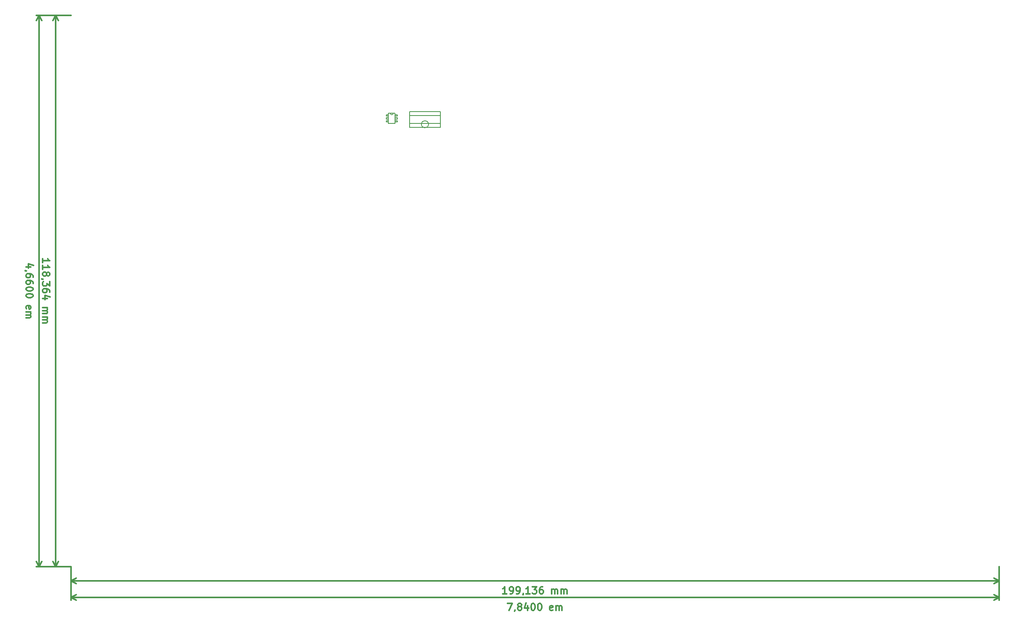
<source format=gbr>
G04 #@! TF.GenerationSoftware,KiCad,Pcbnew,(5.0.0-rc2-dev-586-g888c43477)*
G04 #@! TF.CreationDate,2018-06-04T00:08:36-03:00*
G04 #@! TF.ProjectId,Mcc18,4D636331382E6B696361645F70636200,rev?*
G04 #@! TF.SameCoordinates,Original*
G04 #@! TF.FileFunction,Drawing*
%FSLAX46Y46*%
G04 Gerber Fmt 4.6, Leading zero omitted, Abs format (unit mm)*
G04 Created by KiCad (PCBNEW (5.0.0-rc2-dev-586-g888c43477)) date 06/04/18 00:08:36*
%MOMM*%
%LPD*%
G01*
G04 APERTURE LIST*
%ADD10C,0.300000*%
%ADD11C,0.152400*%
G04 APERTURE END LIST*
D10*
X143677428Y-160536571D02*
X144677428Y-160536571D01*
X144034571Y-162036571D01*
X145320285Y-161965142D02*
X145320285Y-162036571D01*
X145248857Y-162179428D01*
X145177428Y-162250857D01*
X146177428Y-161179428D02*
X146034571Y-161108000D01*
X145963142Y-161036571D01*
X145891714Y-160893714D01*
X145891714Y-160822285D01*
X145963142Y-160679428D01*
X146034571Y-160608000D01*
X146177428Y-160536571D01*
X146463142Y-160536571D01*
X146606000Y-160608000D01*
X146677428Y-160679428D01*
X146748857Y-160822285D01*
X146748857Y-160893714D01*
X146677428Y-161036571D01*
X146606000Y-161108000D01*
X146463142Y-161179428D01*
X146177428Y-161179428D01*
X146034571Y-161250857D01*
X145963142Y-161322285D01*
X145891714Y-161465142D01*
X145891714Y-161750857D01*
X145963142Y-161893714D01*
X146034571Y-161965142D01*
X146177428Y-162036571D01*
X146463142Y-162036571D01*
X146606000Y-161965142D01*
X146677428Y-161893714D01*
X146748857Y-161750857D01*
X146748857Y-161465142D01*
X146677428Y-161322285D01*
X146606000Y-161250857D01*
X146463142Y-161179428D01*
X148034571Y-161036571D02*
X148034571Y-162036571D01*
X147677428Y-160465142D02*
X147320285Y-161536571D01*
X148248857Y-161536571D01*
X149106000Y-160536571D02*
X149248857Y-160536571D01*
X149391714Y-160608000D01*
X149463142Y-160679428D01*
X149534571Y-160822285D01*
X149606000Y-161108000D01*
X149606000Y-161465142D01*
X149534571Y-161750857D01*
X149463142Y-161893714D01*
X149391714Y-161965142D01*
X149248857Y-162036571D01*
X149106000Y-162036571D01*
X148963142Y-161965142D01*
X148891714Y-161893714D01*
X148820285Y-161750857D01*
X148748857Y-161465142D01*
X148748857Y-161108000D01*
X148820285Y-160822285D01*
X148891714Y-160679428D01*
X148963142Y-160608000D01*
X149106000Y-160536571D01*
X150534571Y-160536571D02*
X150677428Y-160536571D01*
X150820285Y-160608000D01*
X150891714Y-160679428D01*
X150963142Y-160822285D01*
X151034571Y-161108000D01*
X151034571Y-161465142D01*
X150963142Y-161750857D01*
X150891714Y-161893714D01*
X150820285Y-161965142D01*
X150677428Y-162036571D01*
X150534571Y-162036571D01*
X150391714Y-161965142D01*
X150320285Y-161893714D01*
X150248857Y-161750857D01*
X150177428Y-161465142D01*
X150177428Y-161108000D01*
X150248857Y-160822285D01*
X150320285Y-160679428D01*
X150391714Y-160608000D01*
X150534571Y-160536571D01*
X153391714Y-161965142D02*
X153248857Y-162036571D01*
X152963142Y-162036571D01*
X152820285Y-161965142D01*
X152748857Y-161822285D01*
X152748857Y-161250857D01*
X152820285Y-161108000D01*
X152963142Y-161036571D01*
X153248857Y-161036571D01*
X153391714Y-161108000D01*
X153463142Y-161250857D01*
X153463142Y-161393714D01*
X152748857Y-161536571D01*
X154106000Y-162036571D02*
X154106000Y-161036571D01*
X154106000Y-161179428D02*
X154177428Y-161108000D01*
X154320285Y-161036571D01*
X154534571Y-161036571D01*
X154677428Y-161108000D01*
X154748857Y-161250857D01*
X154748857Y-162036571D01*
X154748857Y-161250857D02*
X154820285Y-161108000D01*
X154963142Y-161036571D01*
X155177428Y-161036571D01*
X155320285Y-161108000D01*
X155391714Y-161250857D01*
X155391714Y-162036571D01*
X50038000Y-159258000D02*
X249174000Y-159258000D01*
X50038000Y-152654000D02*
X50038000Y-159844421D01*
X249174000Y-152654000D02*
X249174000Y-159844421D01*
X249174000Y-159258000D02*
X248047496Y-159844421D01*
X249174000Y-159258000D02*
X248047496Y-158671579D01*
X50038000Y-159258000D02*
X51164504Y-159844421D01*
X50038000Y-159258000D02*
X51164504Y-158671579D01*
X143534571Y-158480571D02*
X142677428Y-158480571D01*
X143106000Y-158480571D02*
X143106000Y-156980571D01*
X142963142Y-157194857D01*
X142820285Y-157337714D01*
X142677428Y-157409142D01*
X144248857Y-158480571D02*
X144534571Y-158480571D01*
X144677428Y-158409142D01*
X144748857Y-158337714D01*
X144891714Y-158123428D01*
X144963142Y-157837714D01*
X144963142Y-157266285D01*
X144891714Y-157123428D01*
X144820285Y-157052000D01*
X144677428Y-156980571D01*
X144391714Y-156980571D01*
X144248857Y-157052000D01*
X144177428Y-157123428D01*
X144106000Y-157266285D01*
X144106000Y-157623428D01*
X144177428Y-157766285D01*
X144248857Y-157837714D01*
X144391714Y-157909142D01*
X144677428Y-157909142D01*
X144820285Y-157837714D01*
X144891714Y-157766285D01*
X144963142Y-157623428D01*
X145677428Y-158480571D02*
X145963142Y-158480571D01*
X146106000Y-158409142D01*
X146177428Y-158337714D01*
X146320285Y-158123428D01*
X146391714Y-157837714D01*
X146391714Y-157266285D01*
X146320285Y-157123428D01*
X146248857Y-157052000D01*
X146106000Y-156980571D01*
X145820285Y-156980571D01*
X145677428Y-157052000D01*
X145606000Y-157123428D01*
X145534571Y-157266285D01*
X145534571Y-157623428D01*
X145606000Y-157766285D01*
X145677428Y-157837714D01*
X145820285Y-157909142D01*
X146106000Y-157909142D01*
X146248857Y-157837714D01*
X146320285Y-157766285D01*
X146391714Y-157623428D01*
X147106000Y-158409142D02*
X147106000Y-158480571D01*
X147034571Y-158623428D01*
X146963142Y-158694857D01*
X148534571Y-158480571D02*
X147677428Y-158480571D01*
X148106000Y-158480571D02*
X148106000Y-156980571D01*
X147963142Y-157194857D01*
X147820285Y-157337714D01*
X147677428Y-157409142D01*
X149034571Y-156980571D02*
X149963142Y-156980571D01*
X149463142Y-157552000D01*
X149677428Y-157552000D01*
X149820285Y-157623428D01*
X149891714Y-157694857D01*
X149963142Y-157837714D01*
X149963142Y-158194857D01*
X149891714Y-158337714D01*
X149820285Y-158409142D01*
X149677428Y-158480571D01*
X149248857Y-158480571D01*
X149106000Y-158409142D01*
X149034571Y-158337714D01*
X151248857Y-156980571D02*
X150963142Y-156980571D01*
X150820285Y-157052000D01*
X150748857Y-157123428D01*
X150606000Y-157337714D01*
X150534571Y-157623428D01*
X150534571Y-158194857D01*
X150606000Y-158337714D01*
X150677428Y-158409142D01*
X150820285Y-158480571D01*
X151106000Y-158480571D01*
X151248857Y-158409142D01*
X151320285Y-158337714D01*
X151391714Y-158194857D01*
X151391714Y-157837714D01*
X151320285Y-157694857D01*
X151248857Y-157623428D01*
X151106000Y-157552000D01*
X150820285Y-157552000D01*
X150677428Y-157623428D01*
X150606000Y-157694857D01*
X150534571Y-157837714D01*
X153177428Y-158480571D02*
X153177428Y-157480571D01*
X153177428Y-157623428D02*
X153248857Y-157552000D01*
X153391714Y-157480571D01*
X153606000Y-157480571D01*
X153748857Y-157552000D01*
X153820285Y-157694857D01*
X153820285Y-158480571D01*
X153820285Y-157694857D02*
X153891714Y-157552000D01*
X154034571Y-157480571D01*
X154248857Y-157480571D01*
X154391714Y-157552000D01*
X154463142Y-157694857D01*
X154463142Y-158480571D01*
X155177428Y-158480571D02*
X155177428Y-157480571D01*
X155177428Y-157623428D02*
X155248857Y-157552000D01*
X155391714Y-157480571D01*
X155606000Y-157480571D01*
X155748857Y-157552000D01*
X155820285Y-157694857D01*
X155820285Y-158480571D01*
X155820285Y-157694857D02*
X155891714Y-157552000D01*
X156034571Y-157480571D01*
X156248857Y-157480571D01*
X156391714Y-157552000D01*
X156463142Y-157694857D01*
X156463142Y-158480571D01*
X50038000Y-155702000D02*
X249174000Y-155702000D01*
X50038000Y-152654000D02*
X50038000Y-156288421D01*
X249174000Y-152654000D02*
X249174000Y-156288421D01*
X249174000Y-155702000D02*
X248047496Y-156288421D01*
X249174000Y-155702000D02*
X248047496Y-155115579D01*
X50038000Y-155702000D02*
X51164504Y-156288421D01*
X50038000Y-155702000D02*
X51164504Y-155115579D01*
X43957428Y-87400571D02*
X43957428Y-86543428D01*
X43957428Y-86972000D02*
X45457428Y-86972000D01*
X45243142Y-86829142D01*
X45100285Y-86686285D01*
X45028857Y-86543428D01*
X43957428Y-88829142D02*
X43957428Y-87972000D01*
X43957428Y-88400571D02*
X45457428Y-88400571D01*
X45243142Y-88257714D01*
X45100285Y-88114857D01*
X45028857Y-87972000D01*
X44814571Y-89686285D02*
X44886000Y-89543428D01*
X44957428Y-89472000D01*
X45100285Y-89400571D01*
X45171714Y-89400571D01*
X45314571Y-89472000D01*
X45386000Y-89543428D01*
X45457428Y-89686285D01*
X45457428Y-89972000D01*
X45386000Y-90114857D01*
X45314571Y-90186285D01*
X45171714Y-90257714D01*
X45100285Y-90257714D01*
X44957428Y-90186285D01*
X44886000Y-90114857D01*
X44814571Y-89972000D01*
X44814571Y-89686285D01*
X44743142Y-89543428D01*
X44671714Y-89472000D01*
X44528857Y-89400571D01*
X44243142Y-89400571D01*
X44100285Y-89472000D01*
X44028857Y-89543428D01*
X43957428Y-89686285D01*
X43957428Y-89972000D01*
X44028857Y-90114857D01*
X44100285Y-90186285D01*
X44243142Y-90257714D01*
X44528857Y-90257714D01*
X44671714Y-90186285D01*
X44743142Y-90114857D01*
X44814571Y-89972000D01*
X44028857Y-90972000D02*
X43957428Y-90972000D01*
X43814571Y-90900571D01*
X43743142Y-90829142D01*
X45457428Y-91472000D02*
X45457428Y-92400571D01*
X44886000Y-91900571D01*
X44886000Y-92114857D01*
X44814571Y-92257714D01*
X44743142Y-92329142D01*
X44600285Y-92400571D01*
X44243142Y-92400571D01*
X44100285Y-92329142D01*
X44028857Y-92257714D01*
X43957428Y-92114857D01*
X43957428Y-91686285D01*
X44028857Y-91543428D01*
X44100285Y-91472000D01*
X45457428Y-93686285D02*
X45457428Y-93400571D01*
X45386000Y-93257714D01*
X45314571Y-93186285D01*
X45100285Y-93043428D01*
X44814571Y-92972000D01*
X44243142Y-92972000D01*
X44100285Y-93043428D01*
X44028857Y-93114857D01*
X43957428Y-93257714D01*
X43957428Y-93543428D01*
X44028857Y-93686285D01*
X44100285Y-93757714D01*
X44243142Y-93829142D01*
X44600285Y-93829142D01*
X44743142Y-93757714D01*
X44814571Y-93686285D01*
X44886000Y-93543428D01*
X44886000Y-93257714D01*
X44814571Y-93114857D01*
X44743142Y-93043428D01*
X44600285Y-92972000D01*
X44957428Y-95114857D02*
X43957428Y-95114857D01*
X45528857Y-94757714D02*
X44457428Y-94400571D01*
X44457428Y-95329142D01*
X43957428Y-97043428D02*
X44957428Y-97043428D01*
X44814571Y-97043428D02*
X44886000Y-97114857D01*
X44957428Y-97257714D01*
X44957428Y-97472000D01*
X44886000Y-97614857D01*
X44743142Y-97686285D01*
X43957428Y-97686285D01*
X44743142Y-97686285D02*
X44886000Y-97757714D01*
X44957428Y-97900571D01*
X44957428Y-98114857D01*
X44886000Y-98257714D01*
X44743142Y-98329142D01*
X43957428Y-98329142D01*
X43957428Y-99043428D02*
X44957428Y-99043428D01*
X44814571Y-99043428D02*
X44886000Y-99114857D01*
X44957428Y-99257714D01*
X44957428Y-99472000D01*
X44886000Y-99614857D01*
X44743142Y-99686285D01*
X43957428Y-99686285D01*
X44743142Y-99686285D02*
X44886000Y-99757714D01*
X44957428Y-99900571D01*
X44957428Y-100114857D01*
X44886000Y-100257714D01*
X44743142Y-100329142D01*
X43957428Y-100329142D01*
X46736000Y-34290000D02*
X46736000Y-152654000D01*
X50038000Y-34290000D02*
X46149579Y-34290000D01*
X50038000Y-152654000D02*
X46149579Y-152654000D01*
X46736000Y-152654000D02*
X46149579Y-151527496D01*
X46736000Y-152654000D02*
X47322421Y-151527496D01*
X46736000Y-34290000D02*
X46149579Y-35416504D01*
X46736000Y-34290000D02*
X47322421Y-35416504D01*
X41405661Y-88329142D02*
X40405661Y-88329142D01*
X41977090Y-87972000D02*
X40905661Y-87614857D01*
X40905661Y-88543428D01*
X40477090Y-89186285D02*
X40405661Y-89186285D01*
X40262804Y-89114857D01*
X40191375Y-89043428D01*
X41905661Y-90472000D02*
X41905661Y-90186285D01*
X41834233Y-90043428D01*
X41762804Y-89972000D01*
X41548518Y-89829142D01*
X41262804Y-89757714D01*
X40691375Y-89757714D01*
X40548518Y-89829142D01*
X40477090Y-89900571D01*
X40405661Y-90043428D01*
X40405661Y-90329142D01*
X40477090Y-90472000D01*
X40548518Y-90543428D01*
X40691375Y-90614857D01*
X41048518Y-90614857D01*
X41191375Y-90543428D01*
X41262804Y-90472000D01*
X41334233Y-90329142D01*
X41334233Y-90043428D01*
X41262804Y-89900571D01*
X41191375Y-89829142D01*
X41048518Y-89757714D01*
X41905661Y-91900571D02*
X41905661Y-91614857D01*
X41834233Y-91472000D01*
X41762804Y-91400571D01*
X41548518Y-91257714D01*
X41262804Y-91186285D01*
X40691375Y-91186285D01*
X40548518Y-91257714D01*
X40477090Y-91329142D01*
X40405661Y-91472000D01*
X40405661Y-91757714D01*
X40477090Y-91900571D01*
X40548518Y-91972000D01*
X40691375Y-92043428D01*
X41048518Y-92043428D01*
X41191375Y-91972000D01*
X41262804Y-91900571D01*
X41334233Y-91757714D01*
X41334233Y-91472000D01*
X41262804Y-91329142D01*
X41191375Y-91257714D01*
X41048518Y-91186285D01*
X41905661Y-92972000D02*
X41905661Y-93114857D01*
X41834233Y-93257714D01*
X41762804Y-93329142D01*
X41619947Y-93400571D01*
X41334233Y-93472000D01*
X40977090Y-93472000D01*
X40691375Y-93400571D01*
X40548518Y-93329142D01*
X40477090Y-93257714D01*
X40405661Y-93114857D01*
X40405661Y-92972000D01*
X40477090Y-92829142D01*
X40548518Y-92757714D01*
X40691375Y-92686285D01*
X40977090Y-92614857D01*
X41334233Y-92614857D01*
X41619947Y-92686285D01*
X41762804Y-92757714D01*
X41834233Y-92829142D01*
X41905661Y-92972000D01*
X41905661Y-94400571D02*
X41905661Y-94543428D01*
X41834233Y-94686285D01*
X41762804Y-94757714D01*
X41619947Y-94829142D01*
X41334233Y-94900571D01*
X40977090Y-94900571D01*
X40691375Y-94829142D01*
X40548518Y-94757714D01*
X40477090Y-94686285D01*
X40405661Y-94543428D01*
X40405661Y-94400571D01*
X40477090Y-94257714D01*
X40548518Y-94186285D01*
X40691375Y-94114857D01*
X40977090Y-94043428D01*
X41334233Y-94043428D01*
X41619947Y-94114857D01*
X41762804Y-94186285D01*
X41834233Y-94257714D01*
X41905661Y-94400571D01*
X40477090Y-97257714D02*
X40405661Y-97114857D01*
X40405661Y-96829142D01*
X40477090Y-96686285D01*
X40619947Y-96614857D01*
X41191375Y-96614857D01*
X41334233Y-96686285D01*
X41405661Y-96829142D01*
X41405661Y-97114857D01*
X41334233Y-97257714D01*
X41191375Y-97329142D01*
X41048518Y-97329142D01*
X40905661Y-96614857D01*
X40405661Y-97972000D02*
X41405661Y-97972000D01*
X41262804Y-97972000D02*
X41334233Y-98043428D01*
X41405661Y-98186285D01*
X41405661Y-98400571D01*
X41334233Y-98543428D01*
X41191375Y-98614857D01*
X40405661Y-98614857D01*
X41191375Y-98614857D02*
X41334233Y-98686285D01*
X41405661Y-98829142D01*
X41405661Y-99043428D01*
X41334233Y-99186285D01*
X41191375Y-99257714D01*
X40405661Y-99257714D01*
X43184233Y-34290000D02*
X43184233Y-152654000D01*
X50038000Y-34290000D02*
X42597812Y-34290000D01*
X50038000Y-152654000D02*
X42597812Y-152654000D01*
X43184233Y-152654000D02*
X42597812Y-151527496D01*
X43184233Y-152654000D02*
X43770654Y-151527496D01*
X43184233Y-34290000D02*
X42597812Y-35416504D01*
X43184233Y-34290000D02*
X43770654Y-35416504D01*
D11*
X126746000Y-57663000D02*
G75*
G03X126746000Y-57663000I-762000J0D01*
G01*
X129304000Y-58367000D02*
X122664000Y-58367000D01*
X129304000Y-54917000D02*
X129304000Y-58367000D01*
X122664000Y-54917000D02*
X129304000Y-54917000D01*
X122664000Y-58367000D02*
X122664000Y-54917000D01*
X129304000Y-54917000D02*
X129304000Y-55817000D01*
X122664000Y-54917000D02*
X129304000Y-54917000D01*
X122664000Y-55817000D02*
X122664000Y-54917000D01*
X129304000Y-55817000D02*
X122664000Y-55817000D01*
X122664000Y-58367000D02*
X122664000Y-57467000D01*
X129304000Y-58367000D02*
X122664000Y-58367000D01*
X129304000Y-57467000D02*
X129304000Y-58367000D01*
X122664000Y-57467000D02*
X129304000Y-57467000D01*
X119176800Y-55308500D02*
G75*
G02X118567200Y-55308500I-304800J0D01*
G01*
X119583200Y-55308500D02*
X119583200Y-57467500D01*
X118160800Y-55308500D02*
X119583200Y-55308500D01*
X118160800Y-57467500D02*
X118160800Y-55308500D01*
X119583200Y-57467500D02*
X118160800Y-57467500D01*
X117665500Y-55585600D02*
X118160800Y-55585600D01*
X117665500Y-55890400D02*
X117665500Y-55585600D01*
X118160800Y-55890400D02*
X117665500Y-55890400D01*
X118160800Y-55585600D02*
X118160800Y-55890400D01*
X117665500Y-56235600D02*
X118160800Y-56235600D01*
X117665500Y-56540400D02*
X117665500Y-56235600D01*
X118160800Y-56540400D02*
X117665500Y-56540400D01*
X118160800Y-56235600D02*
X118160800Y-56540400D01*
X117665500Y-56885600D02*
X118160800Y-56885600D01*
X117665500Y-57190400D02*
X117665500Y-56885600D01*
X118160800Y-57190400D02*
X117665500Y-57190400D01*
X118160800Y-56885600D02*
X118160800Y-57190400D01*
X120078500Y-57190400D02*
X119583200Y-57190400D01*
X120078500Y-56885600D02*
X120078500Y-57190400D01*
X119583200Y-56885600D02*
X120078500Y-56885600D01*
X119583200Y-57190400D02*
X119583200Y-56885600D01*
X120078500Y-56540400D02*
X119583200Y-56540400D01*
X120078500Y-56235600D02*
X120078500Y-56540400D01*
X119583200Y-56235600D02*
X120078500Y-56235600D01*
X119583200Y-56540400D02*
X119583200Y-56235600D01*
X120078500Y-55890400D02*
X119583200Y-55890400D01*
X120078500Y-55585600D02*
X120078500Y-55890400D01*
X119583200Y-55585600D02*
X120078500Y-55585600D01*
X119583200Y-55890400D02*
X119583200Y-55585600D01*
M02*

</source>
